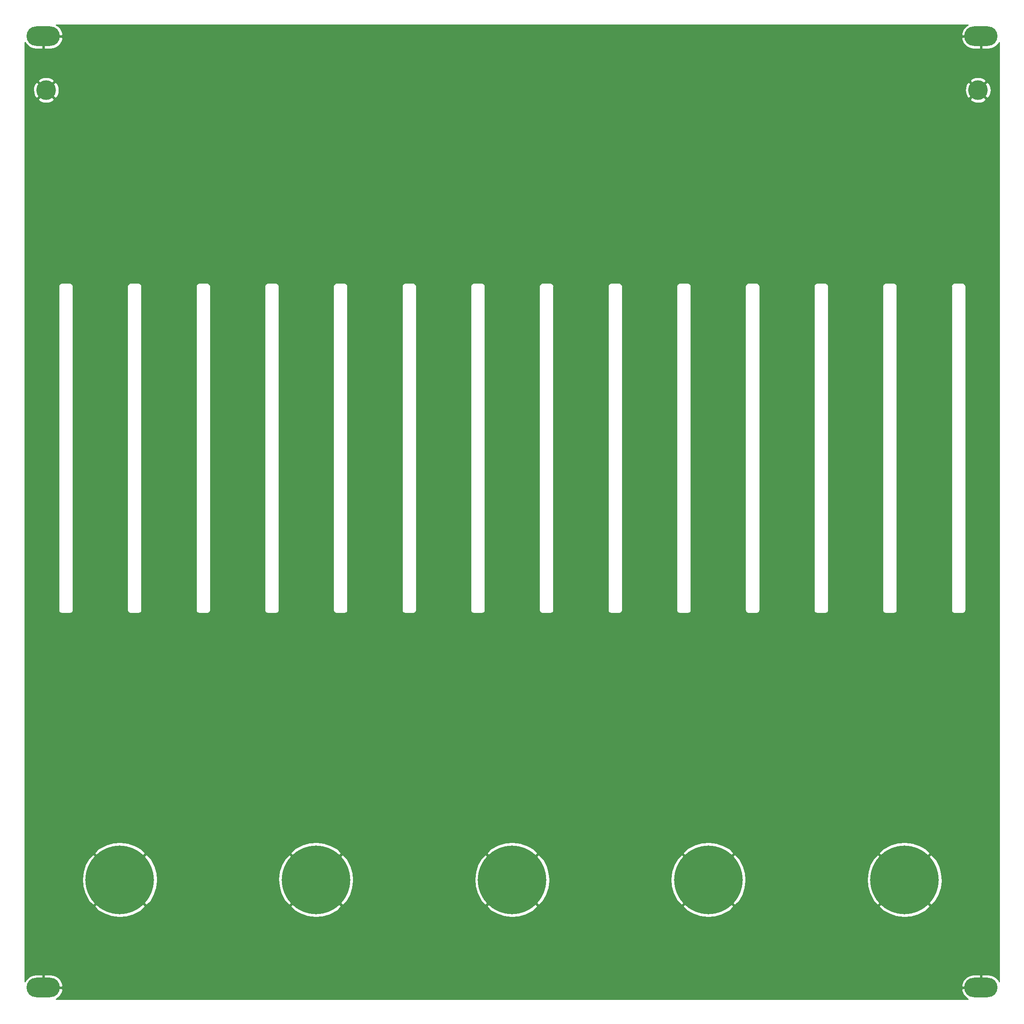
<source format=gbr>
G04 #@! TF.GenerationSoftware,KiCad,Pcbnew,5.1.10-88a1d61d58~90~ubuntu20.04.1*
G04 #@! TF.CreationDate,2021-09-22T19:39:52-04:00*
G04 #@! TF.ProjectId,ysFFB-panel,79734646-422d-4706-916e-656c2e6b6963,rev?*
G04 #@! TF.SameCoordinates,Original*
G04 #@! TF.FileFunction,Copper,L1,Top*
G04 #@! TF.FilePolarity,Positive*
%FSLAX46Y46*%
G04 Gerber Fmt 4.6, Leading zero omitted, Abs format (unit mm)*
G04 Created by KiCad (PCBNEW 5.1.10-88a1d61d58~90~ubuntu20.04.1) date 2021-09-22 19:39:52*
%MOMM*%
%LPD*%
G01*
G04 APERTURE LIST*
G04 #@! TA.AperFunction,ComponentPad*
%ADD10C,14.000000*%
G04 #@! TD*
G04 #@! TA.AperFunction,ComponentPad*
%ADD11C,4.000000*%
G04 #@! TD*
G04 #@! TA.AperFunction,ComponentPad*
%ADD12O,6.800000X4.000000*%
G04 #@! TD*
G04 #@! TA.AperFunction,Conductor*
%ADD13C,0.254000*%
G04 #@! TD*
G04 #@! TA.AperFunction,Conductor*
%ADD14C,0.100000*%
G04 #@! TD*
G04 APERTURE END LIST*
D10*
X180000000Y-175000000D03*
X140000000Y-175000000D03*
X100000000Y-175000000D03*
X60000000Y-175000000D03*
D11*
X195000000Y-14000000D03*
X5000000Y-14000000D03*
D10*
X20000000Y-175000000D03*
D12*
X195600000Y-3000000D03*
X195600000Y-197000000D03*
X4400000Y-3000000D03*
X4400000Y-197000000D03*
D13*
X192630475Y-879635D02*
X192246970Y-1226576D01*
X191938519Y-1641669D01*
X191716975Y-2108962D01*
X191620333Y-2462838D01*
X191727009Y-2873000D01*
X195473000Y-2873000D01*
X195473000Y-2853000D01*
X195727000Y-2853000D01*
X195727000Y-2873000D01*
X195747000Y-2873000D01*
X195747000Y-3127000D01*
X195727000Y-3127000D01*
X195727000Y-5635000D01*
X197127000Y-5635000D01*
X197638623Y-5559593D01*
X198125704Y-5385822D01*
X198569525Y-5120365D01*
X198953030Y-4773424D01*
X199261481Y-4358331D01*
X199315001Y-4245444D01*
X199315000Y-195754554D01*
X199261481Y-195641669D01*
X198953030Y-195226576D01*
X198569525Y-194879635D01*
X198125704Y-194614178D01*
X197638623Y-194440407D01*
X197127000Y-194365000D01*
X195727000Y-194365000D01*
X195727000Y-196873000D01*
X195747000Y-196873000D01*
X195747000Y-197127000D01*
X195727000Y-197127000D01*
X195727000Y-197147000D01*
X195473000Y-197147000D01*
X195473000Y-197127000D01*
X191727009Y-197127000D01*
X191620333Y-197537162D01*
X191716975Y-197891038D01*
X191938519Y-198358331D01*
X192246970Y-198773424D01*
X192630475Y-199120365D01*
X192955888Y-199315000D01*
X7044112Y-199315000D01*
X7369525Y-199120365D01*
X7753030Y-198773424D01*
X8061481Y-198358331D01*
X8283025Y-197891038D01*
X8379667Y-197537162D01*
X8272991Y-197127000D01*
X4527000Y-197127000D01*
X4527000Y-197147000D01*
X4273000Y-197147000D01*
X4273000Y-197127000D01*
X4253000Y-197127000D01*
X4253000Y-196873000D01*
X4273000Y-196873000D01*
X4273000Y-194365000D01*
X4527000Y-194365000D01*
X4527000Y-196873000D01*
X8272991Y-196873000D01*
X8379667Y-196462838D01*
X191620333Y-196462838D01*
X191727009Y-196873000D01*
X195473000Y-196873000D01*
X195473000Y-194365000D01*
X194073000Y-194365000D01*
X193561377Y-194440407D01*
X193074296Y-194614178D01*
X192630475Y-194879635D01*
X192246970Y-195226576D01*
X191938519Y-195641669D01*
X191716975Y-196108962D01*
X191620333Y-196462838D01*
X8379667Y-196462838D01*
X8283025Y-196108962D01*
X8061481Y-195641669D01*
X7753030Y-195226576D01*
X7369525Y-194879635D01*
X6925704Y-194614178D01*
X6438623Y-194440407D01*
X5927000Y-194365000D01*
X4527000Y-194365000D01*
X4273000Y-194365000D01*
X2873000Y-194365000D01*
X2361377Y-194440407D01*
X1874296Y-194614178D01*
X1430475Y-194879635D01*
X1046970Y-195226576D01*
X738519Y-195641669D01*
X685000Y-195754554D01*
X685000Y-180401674D01*
X14777932Y-180401674D01*
X15593908Y-181280530D01*
X16903840Y-182019437D01*
X18332756Y-182488591D01*
X19825743Y-182669963D01*
X21325428Y-182556583D01*
X22774176Y-182152807D01*
X24116314Y-181474153D01*
X24406092Y-181280530D01*
X25222068Y-180401674D01*
X54777932Y-180401674D01*
X55593908Y-181280530D01*
X56903840Y-182019437D01*
X58332756Y-182488591D01*
X59825743Y-182669963D01*
X61325428Y-182556583D01*
X62774176Y-182152807D01*
X64116314Y-181474153D01*
X64406092Y-181280530D01*
X65222068Y-180401674D01*
X94777932Y-180401674D01*
X95593908Y-181280530D01*
X96903840Y-182019437D01*
X98332756Y-182488591D01*
X99825743Y-182669963D01*
X101325428Y-182556583D01*
X102774176Y-182152807D01*
X104116314Y-181474153D01*
X104406092Y-181280530D01*
X105222068Y-180401674D01*
X134777932Y-180401674D01*
X135593908Y-181280530D01*
X136903840Y-182019437D01*
X138332756Y-182488591D01*
X139825743Y-182669963D01*
X141325428Y-182556583D01*
X142774176Y-182152807D01*
X144116314Y-181474153D01*
X144406092Y-181280530D01*
X145222068Y-180401674D01*
X174777932Y-180401674D01*
X175593908Y-181280530D01*
X176903840Y-182019437D01*
X178332756Y-182488591D01*
X179825743Y-182669963D01*
X181325428Y-182556583D01*
X182774176Y-182152807D01*
X184116314Y-181474153D01*
X184406092Y-181280530D01*
X185222068Y-180401674D01*
X180000000Y-175179605D01*
X174777932Y-180401674D01*
X145222068Y-180401674D01*
X140000000Y-175179605D01*
X134777932Y-180401674D01*
X105222068Y-180401674D01*
X100000000Y-175179605D01*
X94777932Y-180401674D01*
X65222068Y-180401674D01*
X60000000Y-175179605D01*
X54777932Y-180401674D01*
X25222068Y-180401674D01*
X20000000Y-175179605D01*
X14777932Y-180401674D01*
X685000Y-180401674D01*
X685000Y-174825743D01*
X12330037Y-174825743D01*
X12443417Y-176325428D01*
X12847193Y-177774176D01*
X13525847Y-179116314D01*
X13719470Y-179406092D01*
X14598326Y-180222068D01*
X19820395Y-175000000D01*
X20179605Y-175000000D01*
X25401674Y-180222068D01*
X26280530Y-179406092D01*
X27019437Y-178096160D01*
X27488591Y-176667244D01*
X27669963Y-175174257D01*
X27643615Y-174825743D01*
X52330037Y-174825743D01*
X52443417Y-176325428D01*
X52847193Y-177774176D01*
X53525847Y-179116314D01*
X53719470Y-179406092D01*
X54598326Y-180222068D01*
X59820395Y-175000000D01*
X60179605Y-175000000D01*
X65401674Y-180222068D01*
X66280530Y-179406092D01*
X67019437Y-178096160D01*
X67488591Y-176667244D01*
X67669963Y-175174257D01*
X67643615Y-174825743D01*
X92330037Y-174825743D01*
X92443417Y-176325428D01*
X92847193Y-177774176D01*
X93525847Y-179116314D01*
X93719470Y-179406092D01*
X94598326Y-180222068D01*
X99820395Y-175000000D01*
X100179605Y-175000000D01*
X105401674Y-180222068D01*
X106280530Y-179406092D01*
X107019437Y-178096160D01*
X107488591Y-176667244D01*
X107669963Y-175174257D01*
X107643615Y-174825743D01*
X132330037Y-174825743D01*
X132443417Y-176325428D01*
X132847193Y-177774176D01*
X133525847Y-179116314D01*
X133719470Y-179406092D01*
X134598326Y-180222068D01*
X139820395Y-175000000D01*
X140179605Y-175000000D01*
X145401674Y-180222068D01*
X146280530Y-179406092D01*
X147019437Y-178096160D01*
X147488591Y-176667244D01*
X147669963Y-175174257D01*
X147643615Y-174825743D01*
X172330037Y-174825743D01*
X172443417Y-176325428D01*
X172847193Y-177774176D01*
X173525847Y-179116314D01*
X173719470Y-179406092D01*
X174598326Y-180222068D01*
X179820395Y-175000000D01*
X180179605Y-175000000D01*
X185401674Y-180222068D01*
X186280530Y-179406092D01*
X187019437Y-178096160D01*
X187488591Y-176667244D01*
X187669963Y-175174257D01*
X187556583Y-173674572D01*
X187152807Y-172225824D01*
X186474153Y-170883686D01*
X186280530Y-170593908D01*
X185401674Y-169777932D01*
X180179605Y-175000000D01*
X179820395Y-175000000D01*
X174598326Y-169777932D01*
X173719470Y-170593908D01*
X172980563Y-171903840D01*
X172511409Y-173332756D01*
X172330037Y-174825743D01*
X147643615Y-174825743D01*
X147556583Y-173674572D01*
X147152807Y-172225824D01*
X146474153Y-170883686D01*
X146280530Y-170593908D01*
X145401674Y-169777932D01*
X140179605Y-175000000D01*
X139820395Y-175000000D01*
X134598326Y-169777932D01*
X133719470Y-170593908D01*
X132980563Y-171903840D01*
X132511409Y-173332756D01*
X132330037Y-174825743D01*
X107643615Y-174825743D01*
X107556583Y-173674572D01*
X107152807Y-172225824D01*
X106474153Y-170883686D01*
X106280530Y-170593908D01*
X105401674Y-169777932D01*
X100179605Y-175000000D01*
X99820395Y-175000000D01*
X94598326Y-169777932D01*
X93719470Y-170593908D01*
X92980563Y-171903840D01*
X92511409Y-173332756D01*
X92330037Y-174825743D01*
X67643615Y-174825743D01*
X67556583Y-173674572D01*
X67152807Y-172225824D01*
X66474153Y-170883686D01*
X66280530Y-170593908D01*
X65401674Y-169777932D01*
X60179605Y-175000000D01*
X59820395Y-175000000D01*
X54598326Y-169777932D01*
X53719470Y-170593908D01*
X52980563Y-171903840D01*
X52511409Y-173332756D01*
X52330037Y-174825743D01*
X27643615Y-174825743D01*
X27556583Y-173674572D01*
X27152807Y-172225824D01*
X26474153Y-170883686D01*
X26280530Y-170593908D01*
X25401674Y-169777932D01*
X20179605Y-175000000D01*
X19820395Y-175000000D01*
X14598326Y-169777932D01*
X13719470Y-170593908D01*
X12980563Y-171903840D01*
X12511409Y-173332756D01*
X12330037Y-174825743D01*
X685000Y-174825743D01*
X685000Y-169598326D01*
X14777932Y-169598326D01*
X20000000Y-174820395D01*
X25222068Y-169598326D01*
X54777932Y-169598326D01*
X60000000Y-174820395D01*
X65222068Y-169598326D01*
X94777932Y-169598326D01*
X100000000Y-174820395D01*
X105222068Y-169598326D01*
X134777932Y-169598326D01*
X140000000Y-174820395D01*
X145222068Y-169598326D01*
X174777932Y-169598326D01*
X180000000Y-174820395D01*
X185222068Y-169598326D01*
X184406092Y-168719470D01*
X183096160Y-167980563D01*
X181667244Y-167511409D01*
X180174257Y-167330037D01*
X178674572Y-167443417D01*
X177225824Y-167847193D01*
X175883686Y-168525847D01*
X175593908Y-168719470D01*
X174777932Y-169598326D01*
X145222068Y-169598326D01*
X144406092Y-168719470D01*
X143096160Y-167980563D01*
X141667244Y-167511409D01*
X140174257Y-167330037D01*
X138674572Y-167443417D01*
X137225824Y-167847193D01*
X135883686Y-168525847D01*
X135593908Y-168719470D01*
X134777932Y-169598326D01*
X105222068Y-169598326D01*
X104406092Y-168719470D01*
X103096160Y-167980563D01*
X101667244Y-167511409D01*
X100174257Y-167330037D01*
X98674572Y-167443417D01*
X97225824Y-167847193D01*
X95883686Y-168525847D01*
X95593908Y-168719470D01*
X94777932Y-169598326D01*
X65222068Y-169598326D01*
X64406092Y-168719470D01*
X63096160Y-167980563D01*
X61667244Y-167511409D01*
X60174257Y-167330037D01*
X58674572Y-167443417D01*
X57225824Y-167847193D01*
X55883686Y-168525847D01*
X55593908Y-168719470D01*
X54777932Y-169598326D01*
X25222068Y-169598326D01*
X24406092Y-168719470D01*
X23096160Y-167980563D01*
X21667244Y-167511409D01*
X20174257Y-167330037D01*
X18674572Y-167443417D01*
X17225824Y-167847193D01*
X15883686Y-168525847D01*
X15593908Y-168719470D01*
X14777932Y-169598326D01*
X685000Y-169598326D01*
X685000Y-54000000D01*
X7511686Y-54000000D01*
X7515001Y-54033657D01*
X7515000Y-119966353D01*
X7511686Y-120000000D01*
X7524912Y-120134283D01*
X7564081Y-120263406D01*
X7627688Y-120382407D01*
X7713289Y-120486711D01*
X7817593Y-120572312D01*
X7936594Y-120635919D01*
X8065717Y-120675088D01*
X8200000Y-120688314D01*
X8233647Y-120685000D01*
X9766353Y-120685000D01*
X9800000Y-120688314D01*
X9934283Y-120675088D01*
X10063406Y-120635919D01*
X10182407Y-120572312D01*
X10286711Y-120486711D01*
X10372312Y-120382407D01*
X10435919Y-120263406D01*
X10475088Y-120134283D01*
X10485000Y-120033647D01*
X10485000Y-120033646D01*
X10488314Y-120000000D01*
X10485000Y-119966353D01*
X10485000Y-54033647D01*
X10488314Y-54000000D01*
X21511686Y-54000000D01*
X21515001Y-54033657D01*
X21515000Y-119966353D01*
X21511686Y-120000000D01*
X21524912Y-120134283D01*
X21564081Y-120263406D01*
X21627688Y-120382407D01*
X21713289Y-120486711D01*
X21817593Y-120572312D01*
X21936594Y-120635919D01*
X22065717Y-120675088D01*
X22200000Y-120688314D01*
X22233647Y-120685000D01*
X23766353Y-120685000D01*
X23800000Y-120688314D01*
X23934283Y-120675088D01*
X24063406Y-120635919D01*
X24182407Y-120572312D01*
X24286711Y-120486711D01*
X24372312Y-120382407D01*
X24435919Y-120263406D01*
X24475088Y-120134283D01*
X24485000Y-120033647D01*
X24485000Y-120033646D01*
X24488314Y-120000000D01*
X24485000Y-119966353D01*
X24485000Y-54033647D01*
X24488314Y-54000000D01*
X35511686Y-54000000D01*
X35515001Y-54033657D01*
X35515000Y-119966353D01*
X35511686Y-120000000D01*
X35524912Y-120134283D01*
X35564081Y-120263406D01*
X35627688Y-120382407D01*
X35713289Y-120486711D01*
X35817593Y-120572312D01*
X35936594Y-120635919D01*
X36065717Y-120675088D01*
X36200000Y-120688314D01*
X36233647Y-120685000D01*
X37766353Y-120685000D01*
X37800000Y-120688314D01*
X37934283Y-120675088D01*
X38063406Y-120635919D01*
X38182407Y-120572312D01*
X38286711Y-120486711D01*
X38372312Y-120382407D01*
X38435919Y-120263406D01*
X38475088Y-120134283D01*
X38485000Y-120033647D01*
X38485000Y-120033646D01*
X38488314Y-120000000D01*
X38485000Y-119966353D01*
X38485000Y-54033647D01*
X38488314Y-54000000D01*
X49511686Y-54000000D01*
X49515001Y-54033657D01*
X49515000Y-119966353D01*
X49511686Y-120000000D01*
X49524912Y-120134283D01*
X49564081Y-120263406D01*
X49627688Y-120382407D01*
X49713289Y-120486711D01*
X49817593Y-120572312D01*
X49936594Y-120635919D01*
X50065717Y-120675088D01*
X50200000Y-120688314D01*
X50233647Y-120685000D01*
X51766353Y-120685000D01*
X51800000Y-120688314D01*
X51934283Y-120675088D01*
X52063406Y-120635919D01*
X52182407Y-120572312D01*
X52286711Y-120486711D01*
X52372312Y-120382407D01*
X52435919Y-120263406D01*
X52475088Y-120134283D01*
X52485000Y-120033647D01*
X52485000Y-120033646D01*
X52488314Y-120000000D01*
X52485000Y-119966353D01*
X52485000Y-54033647D01*
X52488314Y-54000000D01*
X63511686Y-54000000D01*
X63515001Y-54033657D01*
X63515000Y-119966353D01*
X63511686Y-120000000D01*
X63524912Y-120134283D01*
X63564081Y-120263406D01*
X63627688Y-120382407D01*
X63713289Y-120486711D01*
X63817593Y-120572312D01*
X63936594Y-120635919D01*
X64065717Y-120675088D01*
X64200000Y-120688314D01*
X64233647Y-120685000D01*
X65766353Y-120685000D01*
X65800000Y-120688314D01*
X65934283Y-120675088D01*
X66063406Y-120635919D01*
X66182407Y-120572312D01*
X66286711Y-120486711D01*
X66372312Y-120382407D01*
X66435919Y-120263406D01*
X66475088Y-120134283D01*
X66485000Y-120033647D01*
X66485000Y-120033646D01*
X66488314Y-120000000D01*
X66485000Y-119966353D01*
X66485000Y-54033647D01*
X66488314Y-54000000D01*
X77511686Y-54000000D01*
X77515001Y-54033657D01*
X77515000Y-119966353D01*
X77511686Y-120000000D01*
X77524912Y-120134283D01*
X77564081Y-120263406D01*
X77627688Y-120382407D01*
X77713289Y-120486711D01*
X77817593Y-120572312D01*
X77936594Y-120635919D01*
X78065717Y-120675088D01*
X78200000Y-120688314D01*
X78233647Y-120685000D01*
X79766353Y-120685000D01*
X79800000Y-120688314D01*
X79934283Y-120675088D01*
X80063406Y-120635919D01*
X80182407Y-120572312D01*
X80286711Y-120486711D01*
X80372312Y-120382407D01*
X80435919Y-120263406D01*
X80475088Y-120134283D01*
X80485000Y-120033647D01*
X80485000Y-120033646D01*
X80488314Y-120000000D01*
X80485000Y-119966353D01*
X80485000Y-54033647D01*
X80488314Y-54000000D01*
X91511686Y-54000000D01*
X91515001Y-54033657D01*
X91515000Y-119966353D01*
X91511686Y-120000000D01*
X91524912Y-120134283D01*
X91564081Y-120263406D01*
X91627688Y-120382407D01*
X91713289Y-120486711D01*
X91817593Y-120572312D01*
X91936594Y-120635919D01*
X92065717Y-120675088D01*
X92200000Y-120688314D01*
X92233647Y-120685000D01*
X93766353Y-120685000D01*
X93800000Y-120688314D01*
X93934283Y-120675088D01*
X94063406Y-120635919D01*
X94182407Y-120572312D01*
X94286711Y-120486711D01*
X94372312Y-120382407D01*
X94435919Y-120263406D01*
X94475088Y-120134283D01*
X94485000Y-120033647D01*
X94485000Y-120033646D01*
X94488314Y-120000000D01*
X94485000Y-119966353D01*
X94485000Y-54033647D01*
X94488314Y-54000000D01*
X105511686Y-54000000D01*
X105515001Y-54033657D01*
X105515000Y-119966353D01*
X105511686Y-120000000D01*
X105524912Y-120134283D01*
X105564081Y-120263406D01*
X105627688Y-120382407D01*
X105713289Y-120486711D01*
X105817593Y-120572312D01*
X105936594Y-120635919D01*
X106065717Y-120675088D01*
X106200000Y-120688314D01*
X106233647Y-120685000D01*
X107766353Y-120685000D01*
X107800000Y-120688314D01*
X107934283Y-120675088D01*
X108063406Y-120635919D01*
X108182407Y-120572312D01*
X108286711Y-120486711D01*
X108372312Y-120382407D01*
X108435919Y-120263406D01*
X108475088Y-120134283D01*
X108485000Y-120033647D01*
X108485000Y-120033646D01*
X108488314Y-120000000D01*
X108485000Y-119966353D01*
X108485000Y-54033647D01*
X108488314Y-54000000D01*
X119511686Y-54000000D01*
X119515001Y-54033657D01*
X119515000Y-119966353D01*
X119511686Y-120000000D01*
X119524912Y-120134283D01*
X119564081Y-120263406D01*
X119627688Y-120382407D01*
X119713289Y-120486711D01*
X119817593Y-120572312D01*
X119936594Y-120635919D01*
X120065717Y-120675088D01*
X120200000Y-120688314D01*
X120233647Y-120685000D01*
X121766353Y-120685000D01*
X121800000Y-120688314D01*
X121934283Y-120675088D01*
X122063406Y-120635919D01*
X122182407Y-120572312D01*
X122286711Y-120486711D01*
X122372312Y-120382407D01*
X122435919Y-120263406D01*
X122475088Y-120134283D01*
X122485000Y-120033647D01*
X122485000Y-120033646D01*
X122488314Y-120000000D01*
X122485000Y-119966353D01*
X122485000Y-54033647D01*
X122488314Y-54000000D01*
X133511686Y-54000000D01*
X133515001Y-54033657D01*
X133515000Y-119966353D01*
X133511686Y-120000000D01*
X133524912Y-120134283D01*
X133564081Y-120263406D01*
X133627688Y-120382407D01*
X133713289Y-120486711D01*
X133817593Y-120572312D01*
X133936594Y-120635919D01*
X134065717Y-120675088D01*
X134200000Y-120688314D01*
X134233647Y-120685000D01*
X135766353Y-120685000D01*
X135800000Y-120688314D01*
X135934283Y-120675088D01*
X136063406Y-120635919D01*
X136182407Y-120572312D01*
X136286711Y-120486711D01*
X136372312Y-120382407D01*
X136435919Y-120263406D01*
X136475088Y-120134283D01*
X136485000Y-120033647D01*
X136485000Y-120033646D01*
X136488314Y-120000000D01*
X136485000Y-119966353D01*
X136485000Y-54033647D01*
X136488314Y-54000000D01*
X147511686Y-54000000D01*
X147515001Y-54033657D01*
X147515000Y-119966353D01*
X147511686Y-120000000D01*
X147524912Y-120134283D01*
X147564081Y-120263406D01*
X147627688Y-120382407D01*
X147713289Y-120486711D01*
X147817593Y-120572312D01*
X147936594Y-120635919D01*
X148065717Y-120675088D01*
X148200000Y-120688314D01*
X148233647Y-120685000D01*
X149766353Y-120685000D01*
X149800000Y-120688314D01*
X149934283Y-120675088D01*
X150063406Y-120635919D01*
X150182407Y-120572312D01*
X150286711Y-120486711D01*
X150372312Y-120382407D01*
X150435919Y-120263406D01*
X150475088Y-120134283D01*
X150485000Y-120033647D01*
X150485000Y-120033646D01*
X150488314Y-120000000D01*
X150485000Y-119966353D01*
X150485000Y-54033647D01*
X150488314Y-54000000D01*
X161511686Y-54000000D01*
X161515001Y-54033657D01*
X161515000Y-119966353D01*
X161511686Y-120000000D01*
X161524912Y-120134283D01*
X161564081Y-120263406D01*
X161627688Y-120382407D01*
X161713289Y-120486711D01*
X161817593Y-120572312D01*
X161936594Y-120635919D01*
X162065717Y-120675088D01*
X162200000Y-120688314D01*
X162233647Y-120685000D01*
X163766353Y-120685000D01*
X163800000Y-120688314D01*
X163934283Y-120675088D01*
X164063406Y-120635919D01*
X164182407Y-120572312D01*
X164286711Y-120486711D01*
X164372312Y-120382407D01*
X164435919Y-120263406D01*
X164475088Y-120134283D01*
X164485000Y-120033647D01*
X164485000Y-120033646D01*
X164488314Y-120000000D01*
X164485000Y-119966353D01*
X164485000Y-54033647D01*
X164488314Y-54000000D01*
X175511686Y-54000000D01*
X175515001Y-54033657D01*
X175515000Y-119966353D01*
X175511686Y-120000000D01*
X175524912Y-120134283D01*
X175564081Y-120263406D01*
X175627688Y-120382407D01*
X175713289Y-120486711D01*
X175817593Y-120572312D01*
X175936594Y-120635919D01*
X176065717Y-120675088D01*
X176200000Y-120688314D01*
X176233647Y-120685000D01*
X177766353Y-120685000D01*
X177800000Y-120688314D01*
X177934283Y-120675088D01*
X178063406Y-120635919D01*
X178182407Y-120572312D01*
X178286711Y-120486711D01*
X178372312Y-120382407D01*
X178435919Y-120263406D01*
X178475088Y-120134283D01*
X178485000Y-120033647D01*
X178485000Y-120033646D01*
X178488314Y-120000000D01*
X178485000Y-119966353D01*
X178485000Y-54033647D01*
X178488314Y-54000000D01*
X189511686Y-54000000D01*
X189515001Y-54033657D01*
X189515000Y-119966353D01*
X189511686Y-120000000D01*
X189524912Y-120134283D01*
X189564081Y-120263406D01*
X189627688Y-120382407D01*
X189713289Y-120486711D01*
X189817593Y-120572312D01*
X189936594Y-120635919D01*
X190065717Y-120675088D01*
X190200000Y-120688314D01*
X190233647Y-120685000D01*
X191766353Y-120685000D01*
X191800000Y-120688314D01*
X191934283Y-120675088D01*
X192063406Y-120635919D01*
X192182407Y-120572312D01*
X192286711Y-120486711D01*
X192372312Y-120382407D01*
X192435919Y-120263406D01*
X192475088Y-120134283D01*
X192485000Y-120033647D01*
X192485000Y-120033646D01*
X192488314Y-120000000D01*
X192485000Y-119966353D01*
X192485000Y-54033647D01*
X192488314Y-54000000D01*
X192475088Y-53865717D01*
X192435919Y-53736594D01*
X192372312Y-53617593D01*
X192286711Y-53513289D01*
X192182407Y-53427688D01*
X192063406Y-53364081D01*
X191934283Y-53324912D01*
X191833647Y-53315000D01*
X191800000Y-53311686D01*
X191766353Y-53315000D01*
X190233647Y-53315000D01*
X190200000Y-53311686D01*
X190166353Y-53315000D01*
X190065717Y-53324912D01*
X189936594Y-53364081D01*
X189817593Y-53427688D01*
X189713289Y-53513289D01*
X189627688Y-53617593D01*
X189564081Y-53736594D01*
X189524912Y-53865717D01*
X189511686Y-54000000D01*
X178488314Y-54000000D01*
X178475088Y-53865717D01*
X178435919Y-53736594D01*
X178372312Y-53617593D01*
X178286711Y-53513289D01*
X178182407Y-53427688D01*
X178063406Y-53364081D01*
X177934283Y-53324912D01*
X177833647Y-53315000D01*
X177800000Y-53311686D01*
X177766353Y-53315000D01*
X176233647Y-53315000D01*
X176200000Y-53311686D01*
X176166353Y-53315000D01*
X176065717Y-53324912D01*
X175936594Y-53364081D01*
X175817593Y-53427688D01*
X175713289Y-53513289D01*
X175627688Y-53617593D01*
X175564081Y-53736594D01*
X175524912Y-53865717D01*
X175511686Y-54000000D01*
X164488314Y-54000000D01*
X164475088Y-53865717D01*
X164435919Y-53736594D01*
X164372312Y-53617593D01*
X164286711Y-53513289D01*
X164182407Y-53427688D01*
X164063406Y-53364081D01*
X163934283Y-53324912D01*
X163833647Y-53315000D01*
X163800000Y-53311686D01*
X163766353Y-53315000D01*
X162233647Y-53315000D01*
X162200000Y-53311686D01*
X162166353Y-53315000D01*
X162065717Y-53324912D01*
X161936594Y-53364081D01*
X161817593Y-53427688D01*
X161713289Y-53513289D01*
X161627688Y-53617593D01*
X161564081Y-53736594D01*
X161524912Y-53865717D01*
X161511686Y-54000000D01*
X150488314Y-54000000D01*
X150475088Y-53865717D01*
X150435919Y-53736594D01*
X150372312Y-53617593D01*
X150286711Y-53513289D01*
X150182407Y-53427688D01*
X150063406Y-53364081D01*
X149934283Y-53324912D01*
X149833647Y-53315000D01*
X149800000Y-53311686D01*
X149766353Y-53315000D01*
X148233647Y-53315000D01*
X148200000Y-53311686D01*
X148166353Y-53315000D01*
X148065717Y-53324912D01*
X147936594Y-53364081D01*
X147817593Y-53427688D01*
X147713289Y-53513289D01*
X147627688Y-53617593D01*
X147564081Y-53736594D01*
X147524912Y-53865717D01*
X147511686Y-54000000D01*
X136488314Y-54000000D01*
X136475088Y-53865717D01*
X136435919Y-53736594D01*
X136372312Y-53617593D01*
X136286711Y-53513289D01*
X136182407Y-53427688D01*
X136063406Y-53364081D01*
X135934283Y-53324912D01*
X135833647Y-53315000D01*
X135800000Y-53311686D01*
X135766353Y-53315000D01*
X134233647Y-53315000D01*
X134200000Y-53311686D01*
X134166353Y-53315000D01*
X134065717Y-53324912D01*
X133936594Y-53364081D01*
X133817593Y-53427688D01*
X133713289Y-53513289D01*
X133627688Y-53617593D01*
X133564081Y-53736594D01*
X133524912Y-53865717D01*
X133511686Y-54000000D01*
X122488314Y-54000000D01*
X122475088Y-53865717D01*
X122435919Y-53736594D01*
X122372312Y-53617593D01*
X122286711Y-53513289D01*
X122182407Y-53427688D01*
X122063406Y-53364081D01*
X121934283Y-53324912D01*
X121833647Y-53315000D01*
X121800000Y-53311686D01*
X121766353Y-53315000D01*
X120233647Y-53315000D01*
X120200000Y-53311686D01*
X120166353Y-53315000D01*
X120065717Y-53324912D01*
X119936594Y-53364081D01*
X119817593Y-53427688D01*
X119713289Y-53513289D01*
X119627688Y-53617593D01*
X119564081Y-53736594D01*
X119524912Y-53865717D01*
X119511686Y-54000000D01*
X108488314Y-54000000D01*
X108475088Y-53865717D01*
X108435919Y-53736594D01*
X108372312Y-53617593D01*
X108286711Y-53513289D01*
X108182407Y-53427688D01*
X108063406Y-53364081D01*
X107934283Y-53324912D01*
X107833647Y-53315000D01*
X107800000Y-53311686D01*
X107766353Y-53315000D01*
X106233647Y-53315000D01*
X106200000Y-53311686D01*
X106166353Y-53315000D01*
X106065717Y-53324912D01*
X105936594Y-53364081D01*
X105817593Y-53427688D01*
X105713289Y-53513289D01*
X105627688Y-53617593D01*
X105564081Y-53736594D01*
X105524912Y-53865717D01*
X105511686Y-54000000D01*
X94488314Y-54000000D01*
X94475088Y-53865717D01*
X94435919Y-53736594D01*
X94372312Y-53617593D01*
X94286711Y-53513289D01*
X94182407Y-53427688D01*
X94063406Y-53364081D01*
X93934283Y-53324912D01*
X93833647Y-53315000D01*
X93800000Y-53311686D01*
X93766353Y-53315000D01*
X92233647Y-53315000D01*
X92200000Y-53311686D01*
X92166353Y-53315000D01*
X92065717Y-53324912D01*
X91936594Y-53364081D01*
X91817593Y-53427688D01*
X91713289Y-53513289D01*
X91627688Y-53617593D01*
X91564081Y-53736594D01*
X91524912Y-53865717D01*
X91511686Y-54000000D01*
X80488314Y-54000000D01*
X80475088Y-53865717D01*
X80435919Y-53736594D01*
X80372312Y-53617593D01*
X80286711Y-53513289D01*
X80182407Y-53427688D01*
X80063406Y-53364081D01*
X79934283Y-53324912D01*
X79833647Y-53315000D01*
X79800000Y-53311686D01*
X79766353Y-53315000D01*
X78233647Y-53315000D01*
X78200000Y-53311686D01*
X78166353Y-53315000D01*
X78065717Y-53324912D01*
X77936594Y-53364081D01*
X77817593Y-53427688D01*
X77713289Y-53513289D01*
X77627688Y-53617593D01*
X77564081Y-53736594D01*
X77524912Y-53865717D01*
X77511686Y-54000000D01*
X66488314Y-54000000D01*
X66475088Y-53865717D01*
X66435919Y-53736594D01*
X66372312Y-53617593D01*
X66286711Y-53513289D01*
X66182407Y-53427688D01*
X66063406Y-53364081D01*
X65934283Y-53324912D01*
X65833647Y-53315000D01*
X65800000Y-53311686D01*
X65766353Y-53315000D01*
X64233647Y-53315000D01*
X64200000Y-53311686D01*
X64166353Y-53315000D01*
X64065717Y-53324912D01*
X63936594Y-53364081D01*
X63817593Y-53427688D01*
X63713289Y-53513289D01*
X63627688Y-53617593D01*
X63564081Y-53736594D01*
X63524912Y-53865717D01*
X63511686Y-54000000D01*
X52488314Y-54000000D01*
X52475088Y-53865717D01*
X52435919Y-53736594D01*
X52372312Y-53617593D01*
X52286711Y-53513289D01*
X52182407Y-53427688D01*
X52063406Y-53364081D01*
X51934283Y-53324912D01*
X51833647Y-53315000D01*
X51800000Y-53311686D01*
X51766353Y-53315000D01*
X50233647Y-53315000D01*
X50200000Y-53311686D01*
X50166353Y-53315000D01*
X50065717Y-53324912D01*
X49936594Y-53364081D01*
X49817593Y-53427688D01*
X49713289Y-53513289D01*
X49627688Y-53617593D01*
X49564081Y-53736594D01*
X49524912Y-53865717D01*
X49511686Y-54000000D01*
X38488314Y-54000000D01*
X38475088Y-53865717D01*
X38435919Y-53736594D01*
X38372312Y-53617593D01*
X38286711Y-53513289D01*
X38182407Y-53427688D01*
X38063406Y-53364081D01*
X37934283Y-53324912D01*
X37833647Y-53315000D01*
X37800000Y-53311686D01*
X37766353Y-53315000D01*
X36233647Y-53315000D01*
X36200000Y-53311686D01*
X36166353Y-53315000D01*
X36065717Y-53324912D01*
X35936594Y-53364081D01*
X35817593Y-53427688D01*
X35713289Y-53513289D01*
X35627688Y-53617593D01*
X35564081Y-53736594D01*
X35524912Y-53865717D01*
X35511686Y-54000000D01*
X24488314Y-54000000D01*
X24475088Y-53865717D01*
X24435919Y-53736594D01*
X24372312Y-53617593D01*
X24286711Y-53513289D01*
X24182407Y-53427688D01*
X24063406Y-53364081D01*
X23934283Y-53324912D01*
X23833647Y-53315000D01*
X23800000Y-53311686D01*
X23766353Y-53315000D01*
X22233647Y-53315000D01*
X22200000Y-53311686D01*
X22166353Y-53315000D01*
X22065717Y-53324912D01*
X21936594Y-53364081D01*
X21817593Y-53427688D01*
X21713289Y-53513289D01*
X21627688Y-53617593D01*
X21564081Y-53736594D01*
X21524912Y-53865717D01*
X21511686Y-54000000D01*
X10488314Y-54000000D01*
X10475088Y-53865717D01*
X10435919Y-53736594D01*
X10372312Y-53617593D01*
X10286711Y-53513289D01*
X10182407Y-53427688D01*
X10063406Y-53364081D01*
X9934283Y-53324912D01*
X9833647Y-53315000D01*
X9800000Y-53311686D01*
X9766353Y-53315000D01*
X8233647Y-53315000D01*
X8200000Y-53311686D01*
X8166353Y-53315000D01*
X8065717Y-53324912D01*
X7936594Y-53364081D01*
X7817593Y-53427688D01*
X7713289Y-53513289D01*
X7627688Y-53617593D01*
X7564081Y-53736594D01*
X7524912Y-53865717D01*
X7511686Y-54000000D01*
X685000Y-54000000D01*
X685000Y-15847499D01*
X3332106Y-15847499D01*
X3548228Y-16214258D01*
X4008105Y-16454938D01*
X4506098Y-16601275D01*
X5023071Y-16647648D01*
X5539159Y-16592273D01*
X6034526Y-16437279D01*
X6451772Y-16214258D01*
X6667894Y-15847499D01*
X193332106Y-15847499D01*
X193548228Y-16214258D01*
X194008105Y-16454938D01*
X194506098Y-16601275D01*
X195023071Y-16647648D01*
X195539159Y-16592273D01*
X196034526Y-16437279D01*
X196451772Y-16214258D01*
X196667894Y-15847499D01*
X195000000Y-14179605D01*
X193332106Y-15847499D01*
X6667894Y-15847499D01*
X5000000Y-14179605D01*
X3332106Y-15847499D01*
X685000Y-15847499D01*
X685000Y-14023071D01*
X2352352Y-14023071D01*
X2407727Y-14539159D01*
X2562721Y-15034526D01*
X2785742Y-15451772D01*
X3152501Y-15667894D01*
X4820395Y-14000000D01*
X5179605Y-14000000D01*
X6847499Y-15667894D01*
X7214258Y-15451772D01*
X7454938Y-14991895D01*
X7601275Y-14493902D01*
X7643509Y-14023071D01*
X192352352Y-14023071D01*
X192407727Y-14539159D01*
X192562721Y-15034526D01*
X192785742Y-15451772D01*
X193152501Y-15667894D01*
X194820395Y-14000000D01*
X195179605Y-14000000D01*
X196847499Y-15667894D01*
X197214258Y-15451772D01*
X197454938Y-14991895D01*
X197601275Y-14493902D01*
X197647648Y-13976929D01*
X197592273Y-13460841D01*
X197437279Y-12965474D01*
X197214258Y-12548228D01*
X196847499Y-12332106D01*
X195179605Y-14000000D01*
X194820395Y-14000000D01*
X193152501Y-12332106D01*
X192785742Y-12548228D01*
X192545062Y-13008105D01*
X192398725Y-13506098D01*
X192352352Y-14023071D01*
X7643509Y-14023071D01*
X7647648Y-13976929D01*
X7592273Y-13460841D01*
X7437279Y-12965474D01*
X7214258Y-12548228D01*
X6847499Y-12332106D01*
X5179605Y-14000000D01*
X4820395Y-14000000D01*
X3152501Y-12332106D01*
X2785742Y-12548228D01*
X2545062Y-13008105D01*
X2398725Y-13506098D01*
X2352352Y-14023071D01*
X685000Y-14023071D01*
X685000Y-12152501D01*
X3332106Y-12152501D01*
X5000000Y-13820395D01*
X6667894Y-12152501D01*
X193332106Y-12152501D01*
X195000000Y-13820395D01*
X196667894Y-12152501D01*
X196451772Y-11785742D01*
X195991895Y-11545062D01*
X195493902Y-11398725D01*
X194976929Y-11352352D01*
X194460841Y-11407727D01*
X193965474Y-11562721D01*
X193548228Y-11785742D01*
X193332106Y-12152501D01*
X6667894Y-12152501D01*
X6451772Y-11785742D01*
X5991895Y-11545062D01*
X5493902Y-11398725D01*
X4976929Y-11352352D01*
X4460841Y-11407727D01*
X3965474Y-11562721D01*
X3548228Y-11785742D01*
X3332106Y-12152501D01*
X685000Y-12152501D01*
X685000Y-4245446D01*
X738519Y-4358331D01*
X1046970Y-4773424D01*
X1430475Y-5120365D01*
X1874296Y-5385822D01*
X2361377Y-5559593D01*
X2873000Y-5635000D01*
X4273000Y-5635000D01*
X4273000Y-3127000D01*
X4527000Y-3127000D01*
X4527000Y-5635000D01*
X5927000Y-5635000D01*
X6438623Y-5559593D01*
X6925704Y-5385822D01*
X7369525Y-5120365D01*
X7753030Y-4773424D01*
X8061481Y-4358331D01*
X8283025Y-3891038D01*
X8379667Y-3537162D01*
X191620333Y-3537162D01*
X191716975Y-3891038D01*
X191938519Y-4358331D01*
X192246970Y-4773424D01*
X192630475Y-5120365D01*
X193074296Y-5385822D01*
X193561377Y-5559593D01*
X194073000Y-5635000D01*
X195473000Y-5635000D01*
X195473000Y-3127000D01*
X191727009Y-3127000D01*
X191620333Y-3537162D01*
X8379667Y-3537162D01*
X8272991Y-3127000D01*
X4527000Y-3127000D01*
X4273000Y-3127000D01*
X4253000Y-3127000D01*
X4253000Y-2873000D01*
X4273000Y-2873000D01*
X4273000Y-2853000D01*
X4527000Y-2853000D01*
X4527000Y-2873000D01*
X8272991Y-2873000D01*
X8379667Y-2462838D01*
X8283025Y-2108962D01*
X8061481Y-1641669D01*
X7753030Y-1226576D01*
X7369525Y-879635D01*
X7044112Y-685000D01*
X192955888Y-685000D01*
X192630475Y-879635D01*
G04 #@! TA.AperFunction,Conductor*
D14*
G36*
X192630475Y-879635D02*
G01*
X192246970Y-1226576D01*
X191938519Y-1641669D01*
X191716975Y-2108962D01*
X191620333Y-2462838D01*
X191727009Y-2873000D01*
X195473000Y-2873000D01*
X195473000Y-2853000D01*
X195727000Y-2853000D01*
X195727000Y-2873000D01*
X195747000Y-2873000D01*
X195747000Y-3127000D01*
X195727000Y-3127000D01*
X195727000Y-5635000D01*
X197127000Y-5635000D01*
X197638623Y-5559593D01*
X198125704Y-5385822D01*
X198569525Y-5120365D01*
X198953030Y-4773424D01*
X199261481Y-4358331D01*
X199315001Y-4245444D01*
X199315000Y-195754554D01*
X199261481Y-195641669D01*
X198953030Y-195226576D01*
X198569525Y-194879635D01*
X198125704Y-194614178D01*
X197638623Y-194440407D01*
X197127000Y-194365000D01*
X195727000Y-194365000D01*
X195727000Y-196873000D01*
X195747000Y-196873000D01*
X195747000Y-197127000D01*
X195727000Y-197127000D01*
X195727000Y-197147000D01*
X195473000Y-197147000D01*
X195473000Y-197127000D01*
X191727009Y-197127000D01*
X191620333Y-197537162D01*
X191716975Y-197891038D01*
X191938519Y-198358331D01*
X192246970Y-198773424D01*
X192630475Y-199120365D01*
X192955888Y-199315000D01*
X7044112Y-199315000D01*
X7369525Y-199120365D01*
X7753030Y-198773424D01*
X8061481Y-198358331D01*
X8283025Y-197891038D01*
X8379667Y-197537162D01*
X8272991Y-197127000D01*
X4527000Y-197127000D01*
X4527000Y-197147000D01*
X4273000Y-197147000D01*
X4273000Y-197127000D01*
X4253000Y-197127000D01*
X4253000Y-196873000D01*
X4273000Y-196873000D01*
X4273000Y-194365000D01*
X4527000Y-194365000D01*
X4527000Y-196873000D01*
X8272991Y-196873000D01*
X8379667Y-196462838D01*
X191620333Y-196462838D01*
X191727009Y-196873000D01*
X195473000Y-196873000D01*
X195473000Y-194365000D01*
X194073000Y-194365000D01*
X193561377Y-194440407D01*
X193074296Y-194614178D01*
X192630475Y-194879635D01*
X192246970Y-195226576D01*
X191938519Y-195641669D01*
X191716975Y-196108962D01*
X191620333Y-196462838D01*
X8379667Y-196462838D01*
X8283025Y-196108962D01*
X8061481Y-195641669D01*
X7753030Y-195226576D01*
X7369525Y-194879635D01*
X6925704Y-194614178D01*
X6438623Y-194440407D01*
X5927000Y-194365000D01*
X4527000Y-194365000D01*
X4273000Y-194365000D01*
X2873000Y-194365000D01*
X2361377Y-194440407D01*
X1874296Y-194614178D01*
X1430475Y-194879635D01*
X1046970Y-195226576D01*
X738519Y-195641669D01*
X685000Y-195754554D01*
X685000Y-180401674D01*
X14777932Y-180401674D01*
X15593908Y-181280530D01*
X16903840Y-182019437D01*
X18332756Y-182488591D01*
X19825743Y-182669963D01*
X21325428Y-182556583D01*
X22774176Y-182152807D01*
X24116314Y-181474153D01*
X24406092Y-181280530D01*
X25222068Y-180401674D01*
X54777932Y-180401674D01*
X55593908Y-181280530D01*
X56903840Y-182019437D01*
X58332756Y-182488591D01*
X59825743Y-182669963D01*
X61325428Y-182556583D01*
X62774176Y-182152807D01*
X64116314Y-181474153D01*
X64406092Y-181280530D01*
X65222068Y-180401674D01*
X94777932Y-180401674D01*
X95593908Y-181280530D01*
X96903840Y-182019437D01*
X98332756Y-182488591D01*
X99825743Y-182669963D01*
X101325428Y-182556583D01*
X102774176Y-182152807D01*
X104116314Y-181474153D01*
X104406092Y-181280530D01*
X105222068Y-180401674D01*
X134777932Y-180401674D01*
X135593908Y-181280530D01*
X136903840Y-182019437D01*
X138332756Y-182488591D01*
X139825743Y-182669963D01*
X141325428Y-182556583D01*
X142774176Y-182152807D01*
X144116314Y-181474153D01*
X144406092Y-181280530D01*
X145222068Y-180401674D01*
X174777932Y-180401674D01*
X175593908Y-181280530D01*
X176903840Y-182019437D01*
X178332756Y-182488591D01*
X179825743Y-182669963D01*
X181325428Y-182556583D01*
X182774176Y-182152807D01*
X184116314Y-181474153D01*
X184406092Y-181280530D01*
X185222068Y-180401674D01*
X180000000Y-175179605D01*
X174777932Y-180401674D01*
X145222068Y-180401674D01*
X140000000Y-175179605D01*
X134777932Y-180401674D01*
X105222068Y-180401674D01*
X100000000Y-175179605D01*
X94777932Y-180401674D01*
X65222068Y-180401674D01*
X60000000Y-175179605D01*
X54777932Y-180401674D01*
X25222068Y-180401674D01*
X20000000Y-175179605D01*
X14777932Y-180401674D01*
X685000Y-180401674D01*
X685000Y-174825743D01*
X12330037Y-174825743D01*
X12443417Y-176325428D01*
X12847193Y-177774176D01*
X13525847Y-179116314D01*
X13719470Y-179406092D01*
X14598326Y-180222068D01*
X19820395Y-175000000D01*
X20179605Y-175000000D01*
X25401674Y-180222068D01*
X26280530Y-179406092D01*
X27019437Y-178096160D01*
X27488591Y-176667244D01*
X27669963Y-175174257D01*
X27643615Y-174825743D01*
X52330037Y-174825743D01*
X52443417Y-176325428D01*
X52847193Y-177774176D01*
X53525847Y-179116314D01*
X53719470Y-179406092D01*
X54598326Y-180222068D01*
X59820395Y-175000000D01*
X60179605Y-175000000D01*
X65401674Y-180222068D01*
X66280530Y-179406092D01*
X67019437Y-178096160D01*
X67488591Y-176667244D01*
X67669963Y-175174257D01*
X67643615Y-174825743D01*
X92330037Y-174825743D01*
X92443417Y-176325428D01*
X92847193Y-177774176D01*
X93525847Y-179116314D01*
X93719470Y-179406092D01*
X94598326Y-180222068D01*
X99820395Y-175000000D01*
X100179605Y-175000000D01*
X105401674Y-180222068D01*
X106280530Y-179406092D01*
X107019437Y-178096160D01*
X107488591Y-176667244D01*
X107669963Y-175174257D01*
X107643615Y-174825743D01*
X132330037Y-174825743D01*
X132443417Y-176325428D01*
X132847193Y-177774176D01*
X133525847Y-179116314D01*
X133719470Y-179406092D01*
X134598326Y-180222068D01*
X139820395Y-175000000D01*
X140179605Y-175000000D01*
X145401674Y-180222068D01*
X146280530Y-179406092D01*
X147019437Y-178096160D01*
X147488591Y-176667244D01*
X147669963Y-175174257D01*
X147643615Y-174825743D01*
X172330037Y-174825743D01*
X172443417Y-176325428D01*
X172847193Y-177774176D01*
X173525847Y-179116314D01*
X173719470Y-179406092D01*
X174598326Y-180222068D01*
X179820395Y-175000000D01*
X180179605Y-175000000D01*
X185401674Y-180222068D01*
X186280530Y-179406092D01*
X187019437Y-178096160D01*
X187488591Y-176667244D01*
X187669963Y-175174257D01*
X187556583Y-173674572D01*
X187152807Y-172225824D01*
X186474153Y-170883686D01*
X186280530Y-170593908D01*
X185401674Y-169777932D01*
X180179605Y-175000000D01*
X179820395Y-175000000D01*
X174598326Y-169777932D01*
X173719470Y-170593908D01*
X172980563Y-171903840D01*
X172511409Y-173332756D01*
X172330037Y-174825743D01*
X147643615Y-174825743D01*
X147556583Y-173674572D01*
X147152807Y-172225824D01*
X146474153Y-170883686D01*
X146280530Y-170593908D01*
X145401674Y-169777932D01*
X140179605Y-175000000D01*
X139820395Y-175000000D01*
X134598326Y-169777932D01*
X133719470Y-170593908D01*
X132980563Y-171903840D01*
X132511409Y-173332756D01*
X132330037Y-174825743D01*
X107643615Y-174825743D01*
X107556583Y-173674572D01*
X107152807Y-172225824D01*
X106474153Y-170883686D01*
X106280530Y-170593908D01*
X105401674Y-169777932D01*
X100179605Y-175000000D01*
X99820395Y-175000000D01*
X94598326Y-169777932D01*
X93719470Y-170593908D01*
X92980563Y-171903840D01*
X92511409Y-173332756D01*
X92330037Y-174825743D01*
X67643615Y-174825743D01*
X67556583Y-173674572D01*
X67152807Y-172225824D01*
X66474153Y-170883686D01*
X66280530Y-170593908D01*
X65401674Y-169777932D01*
X60179605Y-175000000D01*
X59820395Y-175000000D01*
X54598326Y-169777932D01*
X53719470Y-170593908D01*
X52980563Y-171903840D01*
X52511409Y-173332756D01*
X52330037Y-174825743D01*
X27643615Y-174825743D01*
X27556583Y-173674572D01*
X27152807Y-172225824D01*
X26474153Y-170883686D01*
X26280530Y-170593908D01*
X25401674Y-169777932D01*
X20179605Y-175000000D01*
X19820395Y-175000000D01*
X14598326Y-169777932D01*
X13719470Y-170593908D01*
X12980563Y-171903840D01*
X12511409Y-173332756D01*
X12330037Y-174825743D01*
X685000Y-174825743D01*
X685000Y-169598326D01*
X14777932Y-169598326D01*
X20000000Y-174820395D01*
X25222068Y-169598326D01*
X54777932Y-169598326D01*
X60000000Y-174820395D01*
X65222068Y-169598326D01*
X94777932Y-169598326D01*
X100000000Y-174820395D01*
X105222068Y-169598326D01*
X134777932Y-169598326D01*
X140000000Y-174820395D01*
X145222068Y-169598326D01*
X174777932Y-169598326D01*
X180000000Y-174820395D01*
X185222068Y-169598326D01*
X184406092Y-168719470D01*
X183096160Y-167980563D01*
X181667244Y-167511409D01*
X180174257Y-167330037D01*
X178674572Y-167443417D01*
X177225824Y-167847193D01*
X175883686Y-168525847D01*
X175593908Y-168719470D01*
X174777932Y-169598326D01*
X145222068Y-169598326D01*
X144406092Y-168719470D01*
X143096160Y-167980563D01*
X141667244Y-167511409D01*
X140174257Y-167330037D01*
X138674572Y-167443417D01*
X137225824Y-167847193D01*
X135883686Y-168525847D01*
X135593908Y-168719470D01*
X134777932Y-169598326D01*
X105222068Y-169598326D01*
X104406092Y-168719470D01*
X103096160Y-167980563D01*
X101667244Y-167511409D01*
X100174257Y-167330037D01*
X98674572Y-167443417D01*
X97225824Y-167847193D01*
X95883686Y-168525847D01*
X95593908Y-168719470D01*
X94777932Y-169598326D01*
X65222068Y-169598326D01*
X64406092Y-168719470D01*
X63096160Y-167980563D01*
X61667244Y-167511409D01*
X60174257Y-167330037D01*
X58674572Y-167443417D01*
X57225824Y-167847193D01*
X55883686Y-168525847D01*
X55593908Y-168719470D01*
X54777932Y-169598326D01*
X25222068Y-169598326D01*
X24406092Y-168719470D01*
X23096160Y-167980563D01*
X21667244Y-167511409D01*
X20174257Y-167330037D01*
X18674572Y-167443417D01*
X17225824Y-167847193D01*
X15883686Y-168525847D01*
X15593908Y-168719470D01*
X14777932Y-169598326D01*
X685000Y-169598326D01*
X685000Y-54000000D01*
X7511686Y-54000000D01*
X7515001Y-54033657D01*
X7515000Y-119966353D01*
X7511686Y-120000000D01*
X7524912Y-120134283D01*
X7564081Y-120263406D01*
X7627688Y-120382407D01*
X7713289Y-120486711D01*
X7817593Y-120572312D01*
X7936594Y-120635919D01*
X8065717Y-120675088D01*
X8200000Y-120688314D01*
X8233647Y-120685000D01*
X9766353Y-120685000D01*
X9800000Y-120688314D01*
X9934283Y-120675088D01*
X10063406Y-120635919D01*
X10182407Y-120572312D01*
X10286711Y-120486711D01*
X10372312Y-120382407D01*
X10435919Y-120263406D01*
X10475088Y-120134283D01*
X10485000Y-120033647D01*
X10485000Y-120033646D01*
X10488314Y-120000000D01*
X10485000Y-119966353D01*
X10485000Y-54033647D01*
X10488314Y-54000000D01*
X21511686Y-54000000D01*
X21515001Y-54033657D01*
X21515000Y-119966353D01*
X21511686Y-120000000D01*
X21524912Y-120134283D01*
X21564081Y-120263406D01*
X21627688Y-120382407D01*
X21713289Y-120486711D01*
X21817593Y-120572312D01*
X21936594Y-120635919D01*
X22065717Y-120675088D01*
X22200000Y-120688314D01*
X22233647Y-120685000D01*
X23766353Y-120685000D01*
X23800000Y-120688314D01*
X23934283Y-120675088D01*
X24063406Y-120635919D01*
X24182407Y-120572312D01*
X24286711Y-120486711D01*
X24372312Y-120382407D01*
X24435919Y-120263406D01*
X24475088Y-120134283D01*
X24485000Y-120033647D01*
X24485000Y-120033646D01*
X24488314Y-120000000D01*
X24485000Y-119966353D01*
X24485000Y-54033647D01*
X24488314Y-54000000D01*
X35511686Y-54000000D01*
X35515001Y-54033657D01*
X35515000Y-119966353D01*
X35511686Y-120000000D01*
X35524912Y-120134283D01*
X35564081Y-120263406D01*
X35627688Y-120382407D01*
X35713289Y-120486711D01*
X35817593Y-120572312D01*
X35936594Y-120635919D01*
X36065717Y-120675088D01*
X36200000Y-120688314D01*
X36233647Y-120685000D01*
X37766353Y-120685000D01*
X37800000Y-120688314D01*
X37934283Y-120675088D01*
X38063406Y-120635919D01*
X38182407Y-120572312D01*
X38286711Y-120486711D01*
X38372312Y-120382407D01*
X38435919Y-120263406D01*
X38475088Y-120134283D01*
X38485000Y-120033647D01*
X38485000Y-120033646D01*
X38488314Y-120000000D01*
X38485000Y-119966353D01*
X38485000Y-54033647D01*
X38488314Y-54000000D01*
X49511686Y-54000000D01*
X49515001Y-54033657D01*
X49515000Y-119966353D01*
X49511686Y-120000000D01*
X49524912Y-120134283D01*
X49564081Y-120263406D01*
X49627688Y-120382407D01*
X49713289Y-120486711D01*
X49817593Y-120572312D01*
X49936594Y-120635919D01*
X50065717Y-120675088D01*
X50200000Y-120688314D01*
X50233647Y-120685000D01*
X51766353Y-120685000D01*
X51800000Y-120688314D01*
X51934283Y-120675088D01*
X52063406Y-120635919D01*
X52182407Y-120572312D01*
X52286711Y-120486711D01*
X52372312Y-120382407D01*
X52435919Y-120263406D01*
X52475088Y-120134283D01*
X52485000Y-120033647D01*
X52485000Y-120033646D01*
X52488314Y-120000000D01*
X52485000Y-119966353D01*
X52485000Y-54033647D01*
X52488314Y-54000000D01*
X63511686Y-54000000D01*
X63515001Y-54033657D01*
X63515000Y-119966353D01*
X63511686Y-120000000D01*
X63524912Y-120134283D01*
X63564081Y-120263406D01*
X63627688Y-120382407D01*
X63713289Y-120486711D01*
X63817593Y-120572312D01*
X63936594Y-120635919D01*
X64065717Y-120675088D01*
X64200000Y-120688314D01*
X64233647Y-120685000D01*
X65766353Y-120685000D01*
X65800000Y-120688314D01*
X65934283Y-120675088D01*
X66063406Y-120635919D01*
X66182407Y-120572312D01*
X66286711Y-120486711D01*
X66372312Y-120382407D01*
X66435919Y-120263406D01*
X66475088Y-120134283D01*
X66485000Y-120033647D01*
X66485000Y-120033646D01*
X66488314Y-120000000D01*
X66485000Y-119966353D01*
X66485000Y-54033647D01*
X66488314Y-54000000D01*
X77511686Y-54000000D01*
X77515001Y-54033657D01*
X77515000Y-119966353D01*
X77511686Y-120000000D01*
X77524912Y-120134283D01*
X77564081Y-120263406D01*
X77627688Y-120382407D01*
X77713289Y-120486711D01*
X77817593Y-120572312D01*
X77936594Y-120635919D01*
X78065717Y-120675088D01*
X78200000Y-120688314D01*
X78233647Y-120685000D01*
X79766353Y-120685000D01*
X79800000Y-120688314D01*
X79934283Y-120675088D01*
X80063406Y-120635919D01*
X80182407Y-120572312D01*
X80286711Y-120486711D01*
X80372312Y-120382407D01*
X80435919Y-120263406D01*
X80475088Y-120134283D01*
X80485000Y-120033647D01*
X80485000Y-120033646D01*
X80488314Y-120000000D01*
X80485000Y-119966353D01*
X80485000Y-54033647D01*
X80488314Y-54000000D01*
X91511686Y-54000000D01*
X91515001Y-54033657D01*
X91515000Y-119966353D01*
X91511686Y-120000000D01*
X91524912Y-120134283D01*
X91564081Y-120263406D01*
X91627688Y-120382407D01*
X91713289Y-120486711D01*
X91817593Y-120572312D01*
X91936594Y-120635919D01*
X92065717Y-120675088D01*
X92200000Y-120688314D01*
X92233647Y-120685000D01*
X93766353Y-120685000D01*
X93800000Y-120688314D01*
X93934283Y-120675088D01*
X94063406Y-120635919D01*
X94182407Y-120572312D01*
X94286711Y-120486711D01*
X94372312Y-120382407D01*
X94435919Y-120263406D01*
X94475088Y-120134283D01*
X94485000Y-120033647D01*
X94485000Y-120033646D01*
X94488314Y-120000000D01*
X94485000Y-119966353D01*
X94485000Y-54033647D01*
X94488314Y-54000000D01*
X105511686Y-54000000D01*
X105515001Y-54033657D01*
X105515000Y-119966353D01*
X105511686Y-120000000D01*
X105524912Y-120134283D01*
X105564081Y-120263406D01*
X105627688Y-120382407D01*
X105713289Y-120486711D01*
X105817593Y-120572312D01*
X105936594Y-120635919D01*
X106065717Y-120675088D01*
X106200000Y-120688314D01*
X106233647Y-120685000D01*
X107766353Y-120685000D01*
X107800000Y-120688314D01*
X107934283Y-120675088D01*
X108063406Y-120635919D01*
X108182407Y-120572312D01*
X108286711Y-120486711D01*
X108372312Y-120382407D01*
X108435919Y-120263406D01*
X108475088Y-120134283D01*
X108485000Y-120033647D01*
X108485000Y-120033646D01*
X108488314Y-120000000D01*
X108485000Y-119966353D01*
X108485000Y-54033647D01*
X108488314Y-54000000D01*
X119511686Y-54000000D01*
X119515001Y-54033657D01*
X119515000Y-119966353D01*
X119511686Y-120000000D01*
X119524912Y-120134283D01*
X119564081Y-120263406D01*
X119627688Y-120382407D01*
X119713289Y-120486711D01*
X119817593Y-120572312D01*
X119936594Y-120635919D01*
X120065717Y-120675088D01*
X120200000Y-120688314D01*
X120233647Y-120685000D01*
X121766353Y-120685000D01*
X121800000Y-120688314D01*
X121934283Y-120675088D01*
X122063406Y-120635919D01*
X122182407Y-120572312D01*
X122286711Y-120486711D01*
X122372312Y-120382407D01*
X122435919Y-120263406D01*
X122475088Y-120134283D01*
X122485000Y-120033647D01*
X122485000Y-120033646D01*
X122488314Y-120000000D01*
X122485000Y-119966353D01*
X122485000Y-54033647D01*
X122488314Y-54000000D01*
X133511686Y-54000000D01*
X133515001Y-54033657D01*
X133515000Y-119966353D01*
X133511686Y-120000000D01*
X133524912Y-120134283D01*
X133564081Y-120263406D01*
X133627688Y-120382407D01*
X133713289Y-120486711D01*
X133817593Y-120572312D01*
X133936594Y-120635919D01*
X134065717Y-120675088D01*
X134200000Y-120688314D01*
X134233647Y-120685000D01*
X135766353Y-120685000D01*
X135800000Y-120688314D01*
X135934283Y-120675088D01*
X136063406Y-120635919D01*
X136182407Y-120572312D01*
X136286711Y-120486711D01*
X136372312Y-120382407D01*
X136435919Y-120263406D01*
X136475088Y-120134283D01*
X136485000Y-120033647D01*
X136485000Y-120033646D01*
X136488314Y-120000000D01*
X136485000Y-119966353D01*
X136485000Y-54033647D01*
X136488314Y-54000000D01*
X147511686Y-54000000D01*
X147515001Y-54033657D01*
X147515000Y-119966353D01*
X147511686Y-120000000D01*
X147524912Y-120134283D01*
X147564081Y-120263406D01*
X147627688Y-120382407D01*
X147713289Y-120486711D01*
X147817593Y-120572312D01*
X147936594Y-120635919D01*
X148065717Y-120675088D01*
X148200000Y-120688314D01*
X148233647Y-120685000D01*
X149766353Y-120685000D01*
X149800000Y-120688314D01*
X149934283Y-120675088D01*
X150063406Y-120635919D01*
X150182407Y-120572312D01*
X150286711Y-120486711D01*
X150372312Y-120382407D01*
X150435919Y-120263406D01*
X150475088Y-120134283D01*
X150485000Y-120033647D01*
X150485000Y-120033646D01*
X150488314Y-120000000D01*
X150485000Y-119966353D01*
X150485000Y-54033647D01*
X150488314Y-54000000D01*
X161511686Y-54000000D01*
X161515001Y-54033657D01*
X161515000Y-119966353D01*
X161511686Y-120000000D01*
X161524912Y-120134283D01*
X161564081Y-120263406D01*
X161627688Y-120382407D01*
X161713289Y-120486711D01*
X161817593Y-120572312D01*
X161936594Y-120635919D01*
X162065717Y-120675088D01*
X162200000Y-120688314D01*
X162233647Y-120685000D01*
X163766353Y-120685000D01*
X163800000Y-120688314D01*
X163934283Y-120675088D01*
X164063406Y-120635919D01*
X164182407Y-120572312D01*
X164286711Y-120486711D01*
X164372312Y-120382407D01*
X164435919Y-120263406D01*
X164475088Y-120134283D01*
X164485000Y-120033647D01*
X164485000Y-120033646D01*
X164488314Y-120000000D01*
X164485000Y-119966353D01*
X164485000Y-54033647D01*
X164488314Y-54000000D01*
X175511686Y-54000000D01*
X175515001Y-54033657D01*
X175515000Y-119966353D01*
X175511686Y-120000000D01*
X175524912Y-120134283D01*
X175564081Y-120263406D01*
X175627688Y-120382407D01*
X175713289Y-120486711D01*
X175817593Y-120572312D01*
X175936594Y-120635919D01*
X176065717Y-120675088D01*
X176200000Y-120688314D01*
X176233647Y-120685000D01*
X177766353Y-120685000D01*
X177800000Y-120688314D01*
X177934283Y-120675088D01*
X178063406Y-120635919D01*
X178182407Y-120572312D01*
X178286711Y-120486711D01*
X178372312Y-120382407D01*
X178435919Y-120263406D01*
X178475088Y-120134283D01*
X178485000Y-120033647D01*
X178485000Y-120033646D01*
X178488314Y-120000000D01*
X178485000Y-119966353D01*
X178485000Y-54033647D01*
X178488314Y-54000000D01*
X189511686Y-54000000D01*
X189515001Y-54033657D01*
X189515000Y-119966353D01*
X189511686Y-120000000D01*
X189524912Y-120134283D01*
X189564081Y-120263406D01*
X189627688Y-120382407D01*
X189713289Y-120486711D01*
X189817593Y-120572312D01*
X189936594Y-120635919D01*
X190065717Y-120675088D01*
X190200000Y-120688314D01*
X190233647Y-120685000D01*
X191766353Y-120685000D01*
X191800000Y-120688314D01*
X191934283Y-120675088D01*
X192063406Y-120635919D01*
X192182407Y-120572312D01*
X192286711Y-120486711D01*
X192372312Y-120382407D01*
X192435919Y-120263406D01*
X192475088Y-120134283D01*
X192485000Y-120033647D01*
X192485000Y-120033646D01*
X192488314Y-120000000D01*
X192485000Y-119966353D01*
X192485000Y-54033647D01*
X192488314Y-54000000D01*
X192475088Y-53865717D01*
X192435919Y-53736594D01*
X192372312Y-53617593D01*
X192286711Y-53513289D01*
X192182407Y-53427688D01*
X192063406Y-53364081D01*
X191934283Y-53324912D01*
X191833647Y-53315000D01*
X191800000Y-53311686D01*
X191766353Y-53315000D01*
X190233647Y-53315000D01*
X190200000Y-53311686D01*
X190166353Y-53315000D01*
X190065717Y-53324912D01*
X189936594Y-53364081D01*
X189817593Y-53427688D01*
X189713289Y-53513289D01*
X189627688Y-53617593D01*
X189564081Y-53736594D01*
X189524912Y-53865717D01*
X189511686Y-54000000D01*
X178488314Y-54000000D01*
X178475088Y-53865717D01*
X178435919Y-53736594D01*
X178372312Y-53617593D01*
X178286711Y-53513289D01*
X178182407Y-53427688D01*
X178063406Y-53364081D01*
X177934283Y-53324912D01*
X177833647Y-53315000D01*
X177800000Y-53311686D01*
X177766353Y-53315000D01*
X176233647Y-53315000D01*
X176200000Y-53311686D01*
X176166353Y-53315000D01*
X176065717Y-53324912D01*
X175936594Y-53364081D01*
X175817593Y-53427688D01*
X175713289Y-53513289D01*
X175627688Y-53617593D01*
X175564081Y-53736594D01*
X175524912Y-53865717D01*
X175511686Y-54000000D01*
X164488314Y-54000000D01*
X164475088Y-53865717D01*
X164435919Y-53736594D01*
X164372312Y-53617593D01*
X164286711Y-53513289D01*
X164182407Y-53427688D01*
X164063406Y-53364081D01*
X163934283Y-53324912D01*
X163833647Y-53315000D01*
X163800000Y-53311686D01*
X163766353Y-53315000D01*
X162233647Y-53315000D01*
X162200000Y-53311686D01*
X162166353Y-53315000D01*
X162065717Y-53324912D01*
X161936594Y-53364081D01*
X161817593Y-53427688D01*
X161713289Y-53513289D01*
X161627688Y-53617593D01*
X161564081Y-53736594D01*
X161524912Y-53865717D01*
X161511686Y-54000000D01*
X150488314Y-54000000D01*
X150475088Y-53865717D01*
X150435919Y-53736594D01*
X150372312Y-53617593D01*
X150286711Y-53513289D01*
X150182407Y-53427688D01*
X150063406Y-53364081D01*
X149934283Y-53324912D01*
X149833647Y-53315000D01*
X149800000Y-53311686D01*
X149766353Y-53315000D01*
X148233647Y-53315000D01*
X148200000Y-53311686D01*
X148166353Y-53315000D01*
X148065717Y-53324912D01*
X147936594Y-53364081D01*
X147817593Y-53427688D01*
X147713289Y-53513289D01*
X147627688Y-53617593D01*
X147564081Y-53736594D01*
X147524912Y-53865717D01*
X147511686Y-54000000D01*
X136488314Y-54000000D01*
X136475088Y-53865717D01*
X136435919Y-53736594D01*
X136372312Y-53617593D01*
X136286711Y-53513289D01*
X136182407Y-53427688D01*
X136063406Y-53364081D01*
X135934283Y-53324912D01*
X135833647Y-53315000D01*
X135800000Y-53311686D01*
X135766353Y-53315000D01*
X134233647Y-53315000D01*
X134200000Y-53311686D01*
X134166353Y-53315000D01*
X134065717Y-53324912D01*
X133936594Y-53364081D01*
X133817593Y-53427688D01*
X133713289Y-53513289D01*
X133627688Y-53617593D01*
X133564081Y-53736594D01*
X133524912Y-53865717D01*
X133511686Y-54000000D01*
X122488314Y-54000000D01*
X122475088Y-53865717D01*
X122435919Y-53736594D01*
X122372312Y-53617593D01*
X122286711Y-53513289D01*
X122182407Y-53427688D01*
X122063406Y-53364081D01*
X121934283Y-53324912D01*
X121833647Y-53315000D01*
X121800000Y-53311686D01*
X121766353Y-53315000D01*
X120233647Y-53315000D01*
X120200000Y-53311686D01*
X120166353Y-53315000D01*
X120065717Y-53324912D01*
X119936594Y-53364081D01*
X119817593Y-53427688D01*
X119713289Y-53513289D01*
X119627688Y-53617593D01*
X119564081Y-53736594D01*
X119524912Y-53865717D01*
X119511686Y-54000000D01*
X108488314Y-54000000D01*
X108475088Y-53865717D01*
X108435919Y-53736594D01*
X108372312Y-53617593D01*
X108286711Y-53513289D01*
X108182407Y-53427688D01*
X108063406Y-53364081D01*
X107934283Y-53324912D01*
X107833647Y-53315000D01*
X107800000Y-53311686D01*
X107766353Y-53315000D01*
X106233647Y-53315000D01*
X106200000Y-53311686D01*
X106166353Y-53315000D01*
X106065717Y-53324912D01*
X105936594Y-53364081D01*
X105817593Y-53427688D01*
X105713289Y-53513289D01*
X105627688Y-53617593D01*
X105564081Y-53736594D01*
X105524912Y-53865717D01*
X105511686Y-54000000D01*
X94488314Y-54000000D01*
X94475088Y-53865717D01*
X94435919Y-53736594D01*
X94372312Y-53617593D01*
X94286711Y-53513289D01*
X94182407Y-53427688D01*
X94063406Y-53364081D01*
X93934283Y-53324912D01*
X93833647Y-53315000D01*
X93800000Y-53311686D01*
X93766353Y-53315000D01*
X92233647Y-53315000D01*
X92200000Y-53311686D01*
X92166353Y-53315000D01*
X92065717Y-53324912D01*
X91936594Y-53364081D01*
X91817593Y-53427688D01*
X91713289Y-53513289D01*
X91627688Y-53617593D01*
X91564081Y-53736594D01*
X91524912Y-53865717D01*
X91511686Y-54000000D01*
X80488314Y-54000000D01*
X80475088Y-53865717D01*
X80435919Y-53736594D01*
X80372312Y-53617593D01*
X80286711Y-53513289D01*
X80182407Y-53427688D01*
X80063406Y-53364081D01*
X79934283Y-53324912D01*
X79833647Y-53315000D01*
X79800000Y-53311686D01*
X79766353Y-53315000D01*
X78233647Y-53315000D01*
X78200000Y-53311686D01*
X78166353Y-53315000D01*
X78065717Y-53324912D01*
X77936594Y-53364081D01*
X77817593Y-53427688D01*
X77713289Y-53513289D01*
X77627688Y-53617593D01*
X77564081Y-53736594D01*
X77524912Y-53865717D01*
X77511686Y-54000000D01*
X66488314Y-54000000D01*
X66475088Y-53865717D01*
X66435919Y-53736594D01*
X66372312Y-53617593D01*
X66286711Y-53513289D01*
X66182407Y-53427688D01*
X66063406Y-53364081D01*
X65934283Y-53324912D01*
X65833647Y-53315000D01*
X65800000Y-53311686D01*
X65766353Y-53315000D01*
X64233647Y-53315000D01*
X64200000Y-53311686D01*
X64166353Y-53315000D01*
X64065717Y-53324912D01*
X63936594Y-53364081D01*
X63817593Y-53427688D01*
X63713289Y-53513289D01*
X63627688Y-53617593D01*
X63564081Y-53736594D01*
X63524912Y-53865717D01*
X63511686Y-54000000D01*
X52488314Y-54000000D01*
X52475088Y-53865717D01*
X52435919Y-53736594D01*
X52372312Y-53617593D01*
X52286711Y-53513289D01*
X52182407Y-53427688D01*
X52063406Y-53364081D01*
X51934283Y-53324912D01*
X51833647Y-53315000D01*
X51800000Y-53311686D01*
X51766353Y-53315000D01*
X50233647Y-53315000D01*
X50200000Y-53311686D01*
X50166353Y-53315000D01*
X50065717Y-53324912D01*
X49936594Y-53364081D01*
X49817593Y-53427688D01*
X49713289Y-53513289D01*
X49627688Y-53617593D01*
X49564081Y-53736594D01*
X49524912Y-53865717D01*
X49511686Y-54000000D01*
X38488314Y-54000000D01*
X38475088Y-53865717D01*
X38435919Y-53736594D01*
X38372312Y-53617593D01*
X38286711Y-53513289D01*
X38182407Y-53427688D01*
X38063406Y-53364081D01*
X37934283Y-53324912D01*
X37833647Y-53315000D01*
X37800000Y-53311686D01*
X37766353Y-53315000D01*
X36233647Y-53315000D01*
X36200000Y-53311686D01*
X36166353Y-53315000D01*
X36065717Y-53324912D01*
X35936594Y-53364081D01*
X35817593Y-53427688D01*
X35713289Y-53513289D01*
X35627688Y-53617593D01*
X35564081Y-53736594D01*
X35524912Y-53865717D01*
X35511686Y-54000000D01*
X24488314Y-54000000D01*
X24475088Y-53865717D01*
X24435919Y-53736594D01*
X24372312Y-53617593D01*
X24286711Y-53513289D01*
X24182407Y-53427688D01*
X24063406Y-53364081D01*
X23934283Y-53324912D01*
X23833647Y-53315000D01*
X23800000Y-53311686D01*
X23766353Y-53315000D01*
X22233647Y-53315000D01*
X22200000Y-53311686D01*
X22166353Y-53315000D01*
X22065717Y-53324912D01*
X21936594Y-53364081D01*
X21817593Y-53427688D01*
X21713289Y-53513289D01*
X21627688Y-53617593D01*
X21564081Y-53736594D01*
X21524912Y-53865717D01*
X21511686Y-54000000D01*
X10488314Y-54000000D01*
X10475088Y-53865717D01*
X10435919Y-53736594D01*
X10372312Y-53617593D01*
X10286711Y-53513289D01*
X10182407Y-53427688D01*
X10063406Y-53364081D01*
X9934283Y-53324912D01*
X9833647Y-53315000D01*
X9800000Y-53311686D01*
X9766353Y-53315000D01*
X8233647Y-53315000D01*
X8200000Y-53311686D01*
X8166353Y-53315000D01*
X8065717Y-53324912D01*
X7936594Y-53364081D01*
X7817593Y-53427688D01*
X7713289Y-53513289D01*
X7627688Y-53617593D01*
X7564081Y-53736594D01*
X7524912Y-53865717D01*
X7511686Y-54000000D01*
X685000Y-54000000D01*
X685000Y-15847499D01*
X3332106Y-15847499D01*
X3548228Y-16214258D01*
X4008105Y-16454938D01*
X4506098Y-16601275D01*
X5023071Y-16647648D01*
X5539159Y-16592273D01*
X6034526Y-16437279D01*
X6451772Y-16214258D01*
X6667894Y-15847499D01*
X193332106Y-15847499D01*
X193548228Y-16214258D01*
X194008105Y-16454938D01*
X194506098Y-16601275D01*
X195023071Y-16647648D01*
X195539159Y-16592273D01*
X196034526Y-16437279D01*
X196451772Y-16214258D01*
X196667894Y-15847499D01*
X195000000Y-14179605D01*
X193332106Y-15847499D01*
X6667894Y-15847499D01*
X5000000Y-14179605D01*
X3332106Y-15847499D01*
X685000Y-15847499D01*
X685000Y-14023071D01*
X2352352Y-14023071D01*
X2407727Y-14539159D01*
X2562721Y-15034526D01*
X2785742Y-15451772D01*
X3152501Y-15667894D01*
X4820395Y-14000000D01*
X5179605Y-14000000D01*
X6847499Y-15667894D01*
X7214258Y-15451772D01*
X7454938Y-14991895D01*
X7601275Y-14493902D01*
X7643509Y-14023071D01*
X192352352Y-14023071D01*
X192407727Y-14539159D01*
X192562721Y-15034526D01*
X192785742Y-15451772D01*
X193152501Y-15667894D01*
X194820395Y-14000000D01*
X195179605Y-14000000D01*
X196847499Y-15667894D01*
X197214258Y-15451772D01*
X197454938Y-14991895D01*
X197601275Y-14493902D01*
X197647648Y-13976929D01*
X197592273Y-13460841D01*
X197437279Y-12965474D01*
X197214258Y-12548228D01*
X196847499Y-12332106D01*
X195179605Y-14000000D01*
X194820395Y-14000000D01*
X193152501Y-12332106D01*
X192785742Y-12548228D01*
X192545062Y-13008105D01*
X192398725Y-13506098D01*
X192352352Y-14023071D01*
X7643509Y-14023071D01*
X7647648Y-13976929D01*
X7592273Y-13460841D01*
X7437279Y-12965474D01*
X7214258Y-12548228D01*
X6847499Y-12332106D01*
X5179605Y-14000000D01*
X4820395Y-14000000D01*
X3152501Y-12332106D01*
X2785742Y-12548228D01*
X2545062Y-13008105D01*
X2398725Y-13506098D01*
X2352352Y-14023071D01*
X685000Y-14023071D01*
X685000Y-12152501D01*
X3332106Y-12152501D01*
X5000000Y-13820395D01*
X6667894Y-12152501D01*
X193332106Y-12152501D01*
X195000000Y-13820395D01*
X196667894Y-12152501D01*
X196451772Y-11785742D01*
X195991895Y-11545062D01*
X195493902Y-11398725D01*
X194976929Y-11352352D01*
X194460841Y-11407727D01*
X193965474Y-11562721D01*
X193548228Y-11785742D01*
X193332106Y-12152501D01*
X6667894Y-12152501D01*
X6451772Y-11785742D01*
X5991895Y-11545062D01*
X5493902Y-11398725D01*
X4976929Y-11352352D01*
X4460841Y-11407727D01*
X3965474Y-11562721D01*
X3548228Y-11785742D01*
X3332106Y-12152501D01*
X685000Y-12152501D01*
X685000Y-4245446D01*
X738519Y-4358331D01*
X1046970Y-4773424D01*
X1430475Y-5120365D01*
X1874296Y-5385822D01*
X2361377Y-5559593D01*
X2873000Y-5635000D01*
X4273000Y-5635000D01*
X4273000Y-3127000D01*
X4527000Y-3127000D01*
X4527000Y-5635000D01*
X5927000Y-5635000D01*
X6438623Y-5559593D01*
X6925704Y-5385822D01*
X7369525Y-5120365D01*
X7753030Y-4773424D01*
X8061481Y-4358331D01*
X8283025Y-3891038D01*
X8379667Y-3537162D01*
X191620333Y-3537162D01*
X191716975Y-3891038D01*
X191938519Y-4358331D01*
X192246970Y-4773424D01*
X192630475Y-5120365D01*
X193074296Y-5385822D01*
X193561377Y-5559593D01*
X194073000Y-5635000D01*
X195473000Y-5635000D01*
X195473000Y-3127000D01*
X191727009Y-3127000D01*
X191620333Y-3537162D01*
X8379667Y-3537162D01*
X8272991Y-3127000D01*
X4527000Y-3127000D01*
X4273000Y-3127000D01*
X4253000Y-3127000D01*
X4253000Y-2873000D01*
X4273000Y-2873000D01*
X4273000Y-2853000D01*
X4527000Y-2853000D01*
X4527000Y-2873000D01*
X8272991Y-2873000D01*
X8379667Y-2462838D01*
X8283025Y-2108962D01*
X8061481Y-1641669D01*
X7753030Y-1226576D01*
X7369525Y-879635D01*
X7044112Y-685000D01*
X192955888Y-685000D01*
X192630475Y-879635D01*
G37*
G04 #@! TD.AperFunction*
M02*

</source>
